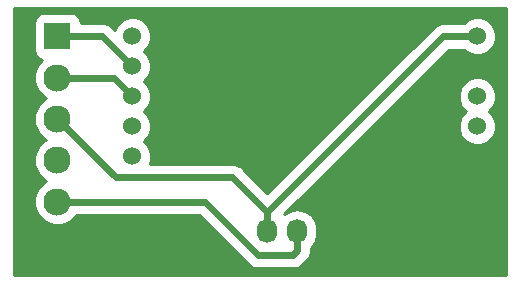
<source format=gbr>
G04 #@! TF.GenerationSoftware,KiCad,Pcbnew,(5.0.1)-4*
G04 #@! TF.CreationDate,2020-04-13T17:25:38+02:00*
G04 #@! TF.ProjectId,probe_fan,70726F62655F66616E2E6B696361645F,rev?*
G04 #@! TF.SameCoordinates,PX7641700PY6516e80*
G04 #@! TF.FileFunction,Copper,L2,Bot,Signal*
G04 #@! TF.FilePolarity,Positive*
%FSLAX46Y46*%
G04 Gerber Fmt 4.6, Leading zero omitted, Abs format (unit mm)*
G04 Created by KiCad (PCBNEW (5.0.1)-4) date 13/04/2020 17:25:38*
%MOMM*%
%LPD*%
G01*
G04 APERTURE LIST*
G04 #@! TA.AperFunction,ComponentPad*
%ADD10R,2.300000X2.300000*%
G04 #@! TD*
G04 #@! TA.AperFunction,ComponentPad*
%ADD11C,2.300000*%
G04 #@! TD*
G04 #@! TA.AperFunction,ComponentPad*
%ADD12C,1.524000*%
G04 #@! TD*
G04 #@! TA.AperFunction,ComponentPad*
%ADD13O,1.727200X2.032000*%
G04 #@! TD*
G04 #@! TA.AperFunction,Conductor*
%ADD14C,0.600000*%
G04 #@! TD*
G04 #@! TA.AperFunction,Conductor*
%ADD15C,0.254000*%
G04 #@! TD*
G04 APERTURE END LIST*
D10*
G04 #@! TO.P,J1,1*
G04 #@! TO.N,Net-(J1-Pad1)*
X4270000Y20910000D03*
D11*
G04 #@! TO.P,J1,2*
G04 #@! TO.N,Net-(J1-Pad2)*
X4270000Y17410000D03*
G04 #@! TO.P,J1,3*
G04 #@! TO.N,+5V*
X4270000Y13910000D03*
G04 #@! TO.P,J1,4*
G04 #@! TO.N,Net-(J1-Pad4)*
X4270000Y10410000D03*
G04 #@! TO.P,J1,5*
G04 #@! TO.N,Net-(J1-Pad5)*
X4270000Y6910000D03*
G04 #@! TO.P,J1,6*
G04 #@! TO.N,GND*
X4270000Y3410000D03*
G04 #@! TD*
D12*
G04 #@! TO.P,J2,9*
G04 #@! TO.N,+5V*
X39830000Y20910000D03*
G04 #@! TO.P,J2,8*
G04 #@! TO.N,GND*
X39830000Y18370000D03*
G04 #@! TO.P,J2,7*
G04 #@! TO.N,Net-(J2-Pad7)*
X39830000Y15830000D03*
G04 #@! TO.P,J2,6*
G04 #@! TO.N,Net-(J2-Pad6)*
X39830000Y13290000D03*
G04 #@! TO.P,J2,5*
G04 #@! TO.N,Net-(J2-Pad5)*
X10620000Y10750000D03*
G04 #@! TO.P,J2,4*
G04 #@! TO.N,Net-(J2-Pad4)*
X10620000Y13290000D03*
G04 #@! TO.P,J2,3*
G04 #@! TO.N,Net-(J1-Pad2)*
X10620000Y15830000D03*
G04 #@! TO.P,J2,2*
G04 #@! TO.N,Net-(J1-Pad1)*
X10620000Y18370000D03*
G04 #@! TO.P,J2,1*
G04 #@! TO.N,Net-(J2-Pad1)*
X10620000Y20910000D03*
G04 #@! TD*
D13*
G04 #@! TO.P,TH1,3*
G04 #@! TO.N,GND*
X27130000Y4400000D03*
G04 #@! TO.P,TH1,2*
G04 #@! TO.N,Net-(J1-Pad5)*
X24590000Y4400000D03*
G04 #@! TO.P,TH1,1*
G04 #@! TO.N,+5V*
X22050000Y4400000D03*
G04 #@! TD*
D14*
G04 #@! TO.N,Net-(J1-Pad1)*
X8080000Y20910000D02*
X10620000Y18370000D01*
X4270000Y20910000D02*
X8080000Y20910000D01*
G04 #@! TO.N,Net-(J1-Pad2)*
X9040000Y17410000D02*
X10620000Y15830000D01*
X4270000Y17410000D02*
X9040000Y17410000D01*
G04 #@! TO.N,GND*
X27130000Y3485509D02*
X27130000Y4400000D01*
X24728471Y1083980D02*
X27130000Y3485509D01*
X6596020Y1083980D02*
X24728471Y1083980D01*
X4270000Y3410000D02*
X6596020Y1083980D01*
X39484000Y18370000D02*
X39830000Y18370000D01*
X27130000Y6016000D02*
X39484000Y18370000D01*
X27130000Y4400000D02*
X27130000Y6016000D01*
G04 #@! TO.N,+5V*
X22050000Y6016000D02*
X22050000Y4400000D01*
X36944000Y20910000D02*
X22050000Y6016000D01*
X39830000Y20910000D02*
X36944000Y20910000D01*
X19078001Y8987999D02*
X22050000Y6016000D01*
X9192001Y8987999D02*
X19078001Y8987999D01*
X4270000Y13910000D02*
X9192001Y8987999D01*
G04 #@! TO.N,Net-(J1-Pad5)*
X24590000Y2784000D02*
X24590000Y4400000D01*
X24189990Y2383990D02*
X24590000Y2784000D01*
X21278068Y2383990D02*
X24189990Y2383990D01*
X16752058Y6910000D02*
X21278068Y2383990D01*
X4270000Y6910000D02*
X16752058Y6910000D01*
G04 #@! TD*
D15*
G04 #@! TO.N,GND*
G36*
X42243000Y717000D02*
X587000Y717000D01*
X587000Y22060000D01*
X2276799Y22060000D01*
X2276799Y19760000D01*
X2340984Y19437321D01*
X2523767Y19163767D01*
X2797321Y18980984D01*
X3003977Y18939878D01*
X2593980Y18529881D01*
X2293000Y17803250D01*
X2293000Y17016750D01*
X2593980Y16290119D01*
X3150119Y15733980D01*
X3328723Y15660000D01*
X3150119Y15586020D01*
X2593980Y15029881D01*
X2293000Y14303250D01*
X2293000Y13516750D01*
X2593980Y12790119D01*
X3150119Y12233980D01*
X3328723Y12160000D01*
X3150119Y12086020D01*
X2593980Y11529881D01*
X2293000Y10803250D01*
X2293000Y10016750D01*
X2593980Y9290119D01*
X3150119Y8733980D01*
X3328723Y8660000D01*
X3150119Y8586020D01*
X2593980Y8029881D01*
X2293000Y7303250D01*
X2293000Y6516750D01*
X2593980Y5790119D01*
X3150119Y5233980D01*
X3876750Y4933000D01*
X4663250Y4933000D01*
X5389881Y5233980D01*
X5938901Y5783000D01*
X16285240Y5783000D01*
X20402670Y1665569D01*
X20465546Y1571468D01*
X20838335Y1322379D01*
X21167069Y1256990D01*
X21167070Y1256990D01*
X21278068Y1234911D01*
X21389066Y1256990D01*
X24078992Y1256990D01*
X24189990Y1234911D01*
X24300988Y1256990D01*
X24300989Y1256990D01*
X24629723Y1322379D01*
X25002512Y1571468D01*
X25065391Y1665573D01*
X25308416Y1908599D01*
X25402522Y1971478D01*
X25651611Y2344267D01*
X25717000Y2673001D01*
X25717000Y2673002D01*
X25739079Y2784000D01*
X25717000Y2894998D01*
X25717000Y2967371D01*
X25808854Y3028746D01*
X26182510Y3587962D01*
X26280600Y4081095D01*
X26280600Y4718906D01*
X26182510Y5212039D01*
X25808854Y5771254D01*
X25249638Y6144910D01*
X24590000Y6276120D01*
X23930361Y6144910D01*
X23455306Y5827488D01*
X33773890Y16146072D01*
X38241000Y16146072D01*
X38241000Y15513928D01*
X38482911Y14929904D01*
X38852815Y14560000D01*
X38482911Y14190096D01*
X38241000Y13606072D01*
X38241000Y12973928D01*
X38482911Y12389904D01*
X38929904Y11942911D01*
X39513928Y11701000D01*
X40146072Y11701000D01*
X40730096Y11942911D01*
X41177089Y12389904D01*
X41419000Y12973928D01*
X41419000Y13606072D01*
X41177089Y14190096D01*
X40807185Y14560000D01*
X41177089Y14929904D01*
X41419000Y15513928D01*
X41419000Y16146072D01*
X41177089Y16730096D01*
X40730096Y17177089D01*
X40146072Y17419000D01*
X39513928Y17419000D01*
X38929904Y17177089D01*
X38482911Y16730096D01*
X38241000Y16146072D01*
X33773890Y16146072D01*
X37410819Y19783000D01*
X38709815Y19783000D01*
X38929904Y19562911D01*
X39513928Y19321000D01*
X40146072Y19321000D01*
X40730096Y19562911D01*
X41177089Y20009904D01*
X41419000Y20593928D01*
X41419000Y21226072D01*
X41177089Y21810096D01*
X40730096Y22257089D01*
X40146072Y22499000D01*
X39513928Y22499000D01*
X38929904Y22257089D01*
X38709815Y22037000D01*
X37054998Y22037000D01*
X36944000Y22059079D01*
X36833002Y22037000D01*
X36833001Y22037000D01*
X36504267Y21971611D01*
X36504266Y21971610D01*
X36504265Y21971610D01*
X36384558Y21891624D01*
X36131478Y21722522D01*
X36068602Y21628421D01*
X22050000Y7609818D01*
X19953401Y9706417D01*
X19890523Y9800521D01*
X19517734Y10049610D01*
X19189000Y10114999D01*
X19188999Y10114999D01*
X19078001Y10137078D01*
X18967003Y10114999D01*
X12076895Y10114999D01*
X12209000Y10433928D01*
X12209000Y11066072D01*
X11967089Y11650096D01*
X11597185Y12020000D01*
X11967089Y12389904D01*
X12209000Y12973928D01*
X12209000Y13606072D01*
X11967089Y14190096D01*
X11597185Y14560000D01*
X11967089Y14929904D01*
X12209000Y15513928D01*
X12209000Y16146072D01*
X11967089Y16730096D01*
X11597185Y17100000D01*
X11967089Y17469904D01*
X12209000Y18053928D01*
X12209000Y18686072D01*
X11967089Y19270096D01*
X11597185Y19640000D01*
X11967089Y20009904D01*
X12209000Y20593928D01*
X12209000Y21226072D01*
X11967089Y21810096D01*
X11520096Y22257089D01*
X10936072Y22499000D01*
X10303928Y22499000D01*
X9719904Y22257089D01*
X9272911Y21810096D01*
X9126702Y21457116D01*
X8955400Y21628418D01*
X8892522Y21722522D01*
X8519733Y21971611D01*
X8190999Y22037000D01*
X8190998Y22037000D01*
X8080000Y22059079D01*
X7969002Y22037000D01*
X6263201Y22037000D01*
X6263201Y22060000D01*
X6199016Y22382679D01*
X6016233Y22656233D01*
X5742679Y22839016D01*
X5420000Y22903201D01*
X3120000Y22903201D01*
X2797321Y22839016D01*
X2523767Y22656233D01*
X2340984Y22382679D01*
X2276799Y22060000D01*
X587000Y22060000D01*
X587000Y23323000D01*
X42243000Y23323000D01*
X42243000Y717000D01*
X42243000Y717000D01*
G37*
X42243000Y717000D02*
X587000Y717000D01*
X587000Y22060000D01*
X2276799Y22060000D01*
X2276799Y19760000D01*
X2340984Y19437321D01*
X2523767Y19163767D01*
X2797321Y18980984D01*
X3003977Y18939878D01*
X2593980Y18529881D01*
X2293000Y17803250D01*
X2293000Y17016750D01*
X2593980Y16290119D01*
X3150119Y15733980D01*
X3328723Y15660000D01*
X3150119Y15586020D01*
X2593980Y15029881D01*
X2293000Y14303250D01*
X2293000Y13516750D01*
X2593980Y12790119D01*
X3150119Y12233980D01*
X3328723Y12160000D01*
X3150119Y12086020D01*
X2593980Y11529881D01*
X2293000Y10803250D01*
X2293000Y10016750D01*
X2593980Y9290119D01*
X3150119Y8733980D01*
X3328723Y8660000D01*
X3150119Y8586020D01*
X2593980Y8029881D01*
X2293000Y7303250D01*
X2293000Y6516750D01*
X2593980Y5790119D01*
X3150119Y5233980D01*
X3876750Y4933000D01*
X4663250Y4933000D01*
X5389881Y5233980D01*
X5938901Y5783000D01*
X16285240Y5783000D01*
X20402670Y1665569D01*
X20465546Y1571468D01*
X20838335Y1322379D01*
X21167069Y1256990D01*
X21167070Y1256990D01*
X21278068Y1234911D01*
X21389066Y1256990D01*
X24078992Y1256990D01*
X24189990Y1234911D01*
X24300988Y1256990D01*
X24300989Y1256990D01*
X24629723Y1322379D01*
X25002512Y1571468D01*
X25065391Y1665573D01*
X25308416Y1908599D01*
X25402522Y1971478D01*
X25651611Y2344267D01*
X25717000Y2673001D01*
X25717000Y2673002D01*
X25739079Y2784000D01*
X25717000Y2894998D01*
X25717000Y2967371D01*
X25808854Y3028746D01*
X26182510Y3587962D01*
X26280600Y4081095D01*
X26280600Y4718906D01*
X26182510Y5212039D01*
X25808854Y5771254D01*
X25249638Y6144910D01*
X24590000Y6276120D01*
X23930361Y6144910D01*
X23455306Y5827488D01*
X33773890Y16146072D01*
X38241000Y16146072D01*
X38241000Y15513928D01*
X38482911Y14929904D01*
X38852815Y14560000D01*
X38482911Y14190096D01*
X38241000Y13606072D01*
X38241000Y12973928D01*
X38482911Y12389904D01*
X38929904Y11942911D01*
X39513928Y11701000D01*
X40146072Y11701000D01*
X40730096Y11942911D01*
X41177089Y12389904D01*
X41419000Y12973928D01*
X41419000Y13606072D01*
X41177089Y14190096D01*
X40807185Y14560000D01*
X41177089Y14929904D01*
X41419000Y15513928D01*
X41419000Y16146072D01*
X41177089Y16730096D01*
X40730096Y17177089D01*
X40146072Y17419000D01*
X39513928Y17419000D01*
X38929904Y17177089D01*
X38482911Y16730096D01*
X38241000Y16146072D01*
X33773890Y16146072D01*
X37410819Y19783000D01*
X38709815Y19783000D01*
X38929904Y19562911D01*
X39513928Y19321000D01*
X40146072Y19321000D01*
X40730096Y19562911D01*
X41177089Y20009904D01*
X41419000Y20593928D01*
X41419000Y21226072D01*
X41177089Y21810096D01*
X40730096Y22257089D01*
X40146072Y22499000D01*
X39513928Y22499000D01*
X38929904Y22257089D01*
X38709815Y22037000D01*
X37054998Y22037000D01*
X36944000Y22059079D01*
X36833002Y22037000D01*
X36833001Y22037000D01*
X36504267Y21971611D01*
X36504266Y21971610D01*
X36504265Y21971610D01*
X36384558Y21891624D01*
X36131478Y21722522D01*
X36068602Y21628421D01*
X22050000Y7609818D01*
X19953401Y9706417D01*
X19890523Y9800521D01*
X19517734Y10049610D01*
X19189000Y10114999D01*
X19188999Y10114999D01*
X19078001Y10137078D01*
X18967003Y10114999D01*
X12076895Y10114999D01*
X12209000Y10433928D01*
X12209000Y11066072D01*
X11967089Y11650096D01*
X11597185Y12020000D01*
X11967089Y12389904D01*
X12209000Y12973928D01*
X12209000Y13606072D01*
X11967089Y14190096D01*
X11597185Y14560000D01*
X11967089Y14929904D01*
X12209000Y15513928D01*
X12209000Y16146072D01*
X11967089Y16730096D01*
X11597185Y17100000D01*
X11967089Y17469904D01*
X12209000Y18053928D01*
X12209000Y18686072D01*
X11967089Y19270096D01*
X11597185Y19640000D01*
X11967089Y20009904D01*
X12209000Y20593928D01*
X12209000Y21226072D01*
X11967089Y21810096D01*
X11520096Y22257089D01*
X10936072Y22499000D01*
X10303928Y22499000D01*
X9719904Y22257089D01*
X9272911Y21810096D01*
X9126702Y21457116D01*
X8955400Y21628418D01*
X8892522Y21722522D01*
X8519733Y21971611D01*
X8190999Y22037000D01*
X8190998Y22037000D01*
X8080000Y22059079D01*
X7969002Y22037000D01*
X6263201Y22037000D01*
X6263201Y22060000D01*
X6199016Y22382679D01*
X6016233Y22656233D01*
X5742679Y22839016D01*
X5420000Y22903201D01*
X3120000Y22903201D01*
X2797321Y22839016D01*
X2523767Y22656233D01*
X2340984Y22382679D01*
X2276799Y22060000D01*
X587000Y22060000D01*
X587000Y23323000D01*
X42243000Y23323000D01*
X42243000Y717000D01*
G04 #@! TD*
M02*

</source>
